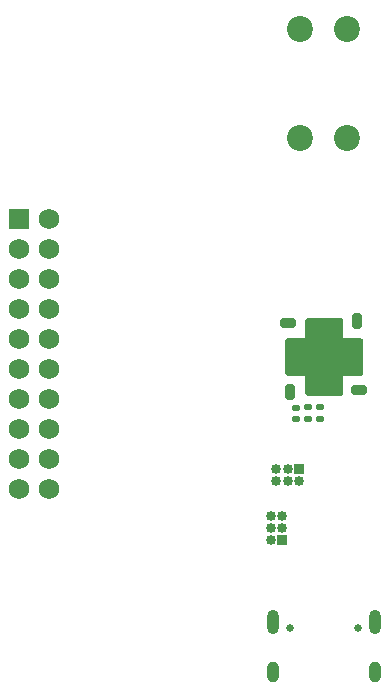
<source format=gbr>
%TF.GenerationSoftware,KiCad,Pcbnew,9.0.6*%
%TF.CreationDate,2026-01-16T14:34:07+00:00*%
%TF.ProjectId,mu,6d752e6b-6963-4616-945f-706362585858,rev?*%
%TF.SameCoordinates,Original*%
%TF.FileFunction,Soldermask,Top*%
%TF.FilePolarity,Negative*%
%FSLAX46Y46*%
G04 Gerber Fmt 4.6, Leading zero omitted, Abs format (unit mm)*
G04 Created by KiCad (PCBNEW 9.0.6) date 2026-01-16 14:34:07*
%MOMM*%
%LPD*%
G01*
G04 APERTURE LIST*
G04 Aperture macros list*
%AMRoundRect*
0 Rectangle with rounded corners*
0 $1 Rounding radius*
0 $2 $3 $4 $5 $6 $7 $8 $9 X,Y pos of 4 corners*
0 Add a 4 corners polygon primitive as box body*
4,1,4,$2,$3,$4,$5,$6,$7,$8,$9,$2,$3,0*
0 Add four circle primitives for the rounded corners*
1,1,$1+$1,$2,$3*
1,1,$1+$1,$4,$5*
1,1,$1+$1,$6,$7*
1,1,$1+$1,$8,$9*
0 Add four rect primitives between the rounded corners*
20,1,$1+$1,$2,$3,$4,$5,0*
20,1,$1+$1,$4,$5,$6,$7,0*
20,1,$1+$1,$6,$7,$8,$9,0*
20,1,$1+$1,$8,$9,$2,$3,0*%
G04 Aperture macros list end*
%ADD10C,0.000100*%
%ADD11RoundRect,0.201000X0.451000X0.201000X-0.451000X0.201000X-0.451000X-0.201000X0.451000X-0.201000X0*%
%ADD12RoundRect,0.201000X0.201000X0.451000X-0.201000X0.451000X-0.201000X-0.451000X0.201000X-0.451000X0*%
%ADD13O,1.000000X2.100000*%
%ADD14O,1.000000X1.800000*%
%ADD15C,0.650000*%
%ADD16RoundRect,0.140000X0.170000X-0.140000X0.170000X0.140000X-0.170000X0.140000X-0.170000X-0.140000X0*%
%ADD17R,0.850000X0.850000*%
%ADD18C,0.850000*%
%ADD19C,2.200000*%
%ADD20RoundRect,0.102000X0.762000X-0.762000X0.762000X0.762000X-0.762000X0.762000X-0.762000X-0.762000X0*%
%ADD21C,1.728000*%
G04 APERTURE END LIST*
D10*
%TO.C,U3*%
X157862000Y-75251000D02*
X157873000Y-75253000D01*
X157884000Y-75255000D01*
X157894000Y-75257000D01*
X157905000Y-75260000D01*
X157915000Y-75264000D01*
X157925000Y-75268000D01*
X157935000Y-75273000D01*
X157945000Y-75278000D01*
X157954000Y-75284000D01*
X157963000Y-75290000D01*
X157972000Y-75297000D01*
X157981000Y-75304000D01*
X157988000Y-75312000D01*
X157996000Y-75319000D01*
X158003000Y-75328000D01*
X158010000Y-75337000D01*
X158016000Y-75346000D01*
X158022000Y-75355000D01*
X158027000Y-75365000D01*
X158032000Y-75375000D01*
X158036000Y-75385000D01*
X158040000Y-75395000D01*
X158043000Y-75406000D01*
X158045000Y-75416000D01*
X158047000Y-75427000D01*
X158049000Y-75438000D01*
X158050000Y-75449000D01*
X158050000Y-75460000D01*
X158050000Y-76950000D01*
X159520000Y-76950000D01*
X159532000Y-76950000D01*
X159544000Y-76951000D01*
X159556000Y-76953000D01*
X159568000Y-76955000D01*
X159580000Y-76958000D01*
X159591000Y-76961000D01*
X159602000Y-76965000D01*
X159614000Y-76970000D01*
X159624000Y-76975000D01*
X159635000Y-76981000D01*
X159645000Y-76987000D01*
X159655000Y-76994000D01*
X159665000Y-77001000D01*
X159674000Y-77009000D01*
X159683000Y-77017000D01*
X159691000Y-77026000D01*
X159699000Y-77035000D01*
X159706000Y-77045000D01*
X159713000Y-77055000D01*
X159719000Y-77065000D01*
X159725000Y-77076000D01*
X159730000Y-77086000D01*
X159735000Y-77098000D01*
X159739000Y-77109000D01*
X159742000Y-77120000D01*
X159745000Y-77132000D01*
X159747000Y-77144000D01*
X159749000Y-77156000D01*
X159750000Y-77168000D01*
X159750000Y-77180000D01*
X159750000Y-79820000D01*
X159750000Y-79840000D01*
X159750000Y-79851000D01*
X159749000Y-79862000D01*
X159747000Y-79873000D01*
X159745000Y-79884000D01*
X159743000Y-79894000D01*
X159740000Y-79905000D01*
X159736000Y-79915000D01*
X159732000Y-79925000D01*
X159727000Y-79935000D01*
X159722000Y-79945000D01*
X159716000Y-79954000D01*
X159710000Y-79963000D01*
X159703000Y-79972000D01*
X159696000Y-79981000D01*
X159688000Y-79988000D01*
X159681000Y-79996000D01*
X159672000Y-80003000D01*
X159663000Y-80010000D01*
X159654000Y-80016000D01*
X159645000Y-80022000D01*
X159635000Y-80027000D01*
X159625000Y-80032000D01*
X159615000Y-80036000D01*
X159605000Y-80040000D01*
X159594000Y-80043000D01*
X159584000Y-80045000D01*
X159573000Y-80047000D01*
X159562000Y-80049000D01*
X159551000Y-80050000D01*
X159540000Y-80050000D01*
X158050000Y-80050000D01*
X158050000Y-81540000D01*
X158050000Y-81551000D01*
X158049000Y-81562000D01*
X158047000Y-81573000D01*
X158045000Y-81584000D01*
X158043000Y-81594000D01*
X158040000Y-81605000D01*
X158036000Y-81615000D01*
X158032000Y-81625000D01*
X158027000Y-81635000D01*
X158022000Y-81645000D01*
X158016000Y-81654000D01*
X158010000Y-81663000D01*
X158003000Y-81672000D01*
X157996000Y-81681000D01*
X157988000Y-81688000D01*
X157981000Y-81696000D01*
X157972000Y-81703000D01*
X157963000Y-81710000D01*
X157954000Y-81716000D01*
X157945000Y-81722000D01*
X157935000Y-81727000D01*
X157925000Y-81732000D01*
X157915000Y-81736000D01*
X157905000Y-81740000D01*
X157894000Y-81743000D01*
X157884000Y-81745000D01*
X157873000Y-81747000D01*
X157862000Y-81749000D01*
X157851000Y-81750000D01*
X157840000Y-81750000D01*
X157820000Y-81750000D01*
X155170000Y-81750000D01*
X155158000Y-81750000D01*
X155147000Y-81749000D01*
X155136000Y-81747000D01*
X155124000Y-81745000D01*
X155113000Y-81743000D01*
X155102000Y-81739000D01*
X155091000Y-81735000D01*
X155081000Y-81731000D01*
X155070000Y-81726000D01*
X155060000Y-81721000D01*
X155050000Y-81715000D01*
X155041000Y-81708000D01*
X155032000Y-81701000D01*
X155023000Y-81693000D01*
X155014000Y-81686000D01*
X155007000Y-81677000D01*
X154999000Y-81668000D01*
X154992000Y-81659000D01*
X154985000Y-81650000D01*
X154979000Y-81640000D01*
X154974000Y-81630000D01*
X154969000Y-81619000D01*
X154965000Y-81609000D01*
X154961000Y-81598000D01*
X154957000Y-81587000D01*
X154955000Y-81576000D01*
X154953000Y-81564000D01*
X154951000Y-81553000D01*
X154950000Y-81542000D01*
X154950000Y-81530000D01*
X154950000Y-80050000D01*
X153460000Y-80050000D01*
X153449000Y-80050000D01*
X153438000Y-80049000D01*
X153427000Y-80047000D01*
X153416000Y-80045000D01*
X153406000Y-80043000D01*
X153395000Y-80040000D01*
X153385000Y-80036000D01*
X153375000Y-80032000D01*
X153365000Y-80027000D01*
X153355000Y-80022000D01*
X153346000Y-80016000D01*
X153337000Y-80010000D01*
X153328000Y-80003000D01*
X153319000Y-79996000D01*
X153312000Y-79988000D01*
X153304000Y-79981000D01*
X153297000Y-79972000D01*
X153290000Y-79963000D01*
X153284000Y-79954000D01*
X153278000Y-79945000D01*
X153273000Y-79935000D01*
X153268000Y-79925000D01*
X153264000Y-79915000D01*
X153260000Y-79905000D01*
X153257000Y-79894000D01*
X153255000Y-79884000D01*
X153253000Y-79873000D01*
X153251000Y-79862000D01*
X153250000Y-79851000D01*
X153250000Y-79840000D01*
X153250000Y-79810000D01*
X153250000Y-77200000D01*
X153250000Y-77170000D01*
X153250000Y-77158000D01*
X153251000Y-77147000D01*
X153253000Y-77136000D01*
X153255000Y-77124000D01*
X153257000Y-77113000D01*
X153261000Y-77102000D01*
X153265000Y-77091000D01*
X153269000Y-77081000D01*
X153274000Y-77070000D01*
X153279000Y-77060000D01*
X153285000Y-77050000D01*
X153292000Y-77041000D01*
X153299000Y-77032000D01*
X153307000Y-77023000D01*
X153314000Y-77014000D01*
X153323000Y-77007000D01*
X153332000Y-76999000D01*
X153341000Y-76992000D01*
X153350000Y-76985000D01*
X153360000Y-76979000D01*
X153370000Y-76974000D01*
X153381000Y-76969000D01*
X153391000Y-76965000D01*
X153402000Y-76961000D01*
X153413000Y-76957000D01*
X153424000Y-76955000D01*
X153436000Y-76953000D01*
X153447000Y-76951000D01*
X153458000Y-76950000D01*
X153470000Y-76950000D01*
X154950000Y-76950000D01*
X154950000Y-75460000D01*
X154950000Y-75449000D01*
X154951000Y-75438000D01*
X154953000Y-75427000D01*
X154955000Y-75416000D01*
X154957000Y-75406000D01*
X154960000Y-75395000D01*
X154964000Y-75385000D01*
X154968000Y-75375000D01*
X154973000Y-75365000D01*
X154978000Y-75355000D01*
X154984000Y-75346000D01*
X154990000Y-75337000D01*
X154997000Y-75328000D01*
X155004000Y-75319000D01*
X155012000Y-75312000D01*
X155019000Y-75304000D01*
X155028000Y-75297000D01*
X155037000Y-75290000D01*
X155046000Y-75284000D01*
X155055000Y-75278000D01*
X155065000Y-75273000D01*
X155075000Y-75268000D01*
X155085000Y-75264000D01*
X155095000Y-75260000D01*
X155106000Y-75257000D01*
X155116000Y-75255000D01*
X155127000Y-75253000D01*
X155138000Y-75251000D01*
X155149000Y-75250000D01*
X155160000Y-75250000D01*
X155190000Y-75250000D01*
X157820000Y-75250000D01*
X157840000Y-75250000D01*
X157851000Y-75250000D01*
X157862000Y-75251000D01*
G36*
X157862000Y-75251000D02*
G01*
X157873000Y-75253000D01*
X157884000Y-75255000D01*
X157894000Y-75257000D01*
X157905000Y-75260000D01*
X157915000Y-75264000D01*
X157925000Y-75268000D01*
X157935000Y-75273000D01*
X157945000Y-75278000D01*
X157954000Y-75284000D01*
X157963000Y-75290000D01*
X157972000Y-75297000D01*
X157981000Y-75304000D01*
X157988000Y-75312000D01*
X157996000Y-75319000D01*
X158003000Y-75328000D01*
X158010000Y-75337000D01*
X158016000Y-75346000D01*
X158022000Y-75355000D01*
X158027000Y-75365000D01*
X158032000Y-75375000D01*
X158036000Y-75385000D01*
X158040000Y-75395000D01*
X158043000Y-75406000D01*
X158045000Y-75416000D01*
X158047000Y-75427000D01*
X158049000Y-75438000D01*
X158050000Y-75449000D01*
X158050000Y-75460000D01*
X158050000Y-76950000D01*
X159520000Y-76950000D01*
X159532000Y-76950000D01*
X159544000Y-76951000D01*
X159556000Y-76953000D01*
X159568000Y-76955000D01*
X159580000Y-76958000D01*
X159591000Y-76961000D01*
X159602000Y-76965000D01*
X159614000Y-76970000D01*
X159624000Y-76975000D01*
X159635000Y-76981000D01*
X159645000Y-76987000D01*
X159655000Y-76994000D01*
X159665000Y-77001000D01*
X159674000Y-77009000D01*
X159683000Y-77017000D01*
X159691000Y-77026000D01*
X159699000Y-77035000D01*
X159706000Y-77045000D01*
X159713000Y-77055000D01*
X159719000Y-77065000D01*
X159725000Y-77076000D01*
X159730000Y-77086000D01*
X159735000Y-77098000D01*
X159739000Y-77109000D01*
X159742000Y-77120000D01*
X159745000Y-77132000D01*
X159747000Y-77144000D01*
X159749000Y-77156000D01*
X159750000Y-77168000D01*
X159750000Y-77180000D01*
X159750000Y-79820000D01*
X159750000Y-79840000D01*
X159750000Y-79851000D01*
X159749000Y-79862000D01*
X159747000Y-79873000D01*
X159745000Y-79884000D01*
X159743000Y-79894000D01*
X159740000Y-79905000D01*
X159736000Y-79915000D01*
X159732000Y-79925000D01*
X159727000Y-79935000D01*
X159722000Y-79945000D01*
X159716000Y-79954000D01*
X159710000Y-79963000D01*
X159703000Y-79972000D01*
X159696000Y-79981000D01*
X159688000Y-79988000D01*
X159681000Y-79996000D01*
X159672000Y-80003000D01*
X159663000Y-80010000D01*
X159654000Y-80016000D01*
X159645000Y-80022000D01*
X159635000Y-80027000D01*
X159625000Y-80032000D01*
X159615000Y-80036000D01*
X159605000Y-80040000D01*
X159594000Y-80043000D01*
X159584000Y-80045000D01*
X159573000Y-80047000D01*
X159562000Y-80049000D01*
X159551000Y-80050000D01*
X159540000Y-80050000D01*
X158050000Y-80050000D01*
X158050000Y-81540000D01*
X158050000Y-81551000D01*
X158049000Y-81562000D01*
X158047000Y-81573000D01*
X158045000Y-81584000D01*
X158043000Y-81594000D01*
X158040000Y-81605000D01*
X158036000Y-81615000D01*
X158032000Y-81625000D01*
X158027000Y-81635000D01*
X158022000Y-81645000D01*
X158016000Y-81654000D01*
X158010000Y-81663000D01*
X158003000Y-81672000D01*
X157996000Y-81681000D01*
X157988000Y-81688000D01*
X157981000Y-81696000D01*
X157972000Y-81703000D01*
X157963000Y-81710000D01*
X157954000Y-81716000D01*
X157945000Y-81722000D01*
X157935000Y-81727000D01*
X157925000Y-81732000D01*
X157915000Y-81736000D01*
X157905000Y-81740000D01*
X157894000Y-81743000D01*
X157884000Y-81745000D01*
X157873000Y-81747000D01*
X157862000Y-81749000D01*
X157851000Y-81750000D01*
X157840000Y-81750000D01*
X157820000Y-81750000D01*
X155170000Y-81750000D01*
X155158000Y-81750000D01*
X155147000Y-81749000D01*
X155136000Y-81747000D01*
X155124000Y-81745000D01*
X155113000Y-81743000D01*
X155102000Y-81739000D01*
X155091000Y-81735000D01*
X155081000Y-81731000D01*
X155070000Y-81726000D01*
X155060000Y-81721000D01*
X155050000Y-81715000D01*
X155041000Y-81708000D01*
X155032000Y-81701000D01*
X155023000Y-81693000D01*
X155014000Y-81686000D01*
X155007000Y-81677000D01*
X154999000Y-81668000D01*
X154992000Y-81659000D01*
X154985000Y-81650000D01*
X154979000Y-81640000D01*
X154974000Y-81630000D01*
X154969000Y-81619000D01*
X154965000Y-81609000D01*
X154961000Y-81598000D01*
X154957000Y-81587000D01*
X154955000Y-81576000D01*
X154953000Y-81564000D01*
X154951000Y-81553000D01*
X154950000Y-81542000D01*
X154950000Y-81530000D01*
X154950000Y-80050000D01*
X153460000Y-80050000D01*
X153449000Y-80050000D01*
X153438000Y-80049000D01*
X153427000Y-80047000D01*
X153416000Y-80045000D01*
X153406000Y-80043000D01*
X153395000Y-80040000D01*
X153385000Y-80036000D01*
X153375000Y-80032000D01*
X153365000Y-80027000D01*
X153355000Y-80022000D01*
X153346000Y-80016000D01*
X153337000Y-80010000D01*
X153328000Y-80003000D01*
X153319000Y-79996000D01*
X153312000Y-79988000D01*
X153304000Y-79981000D01*
X153297000Y-79972000D01*
X153290000Y-79963000D01*
X153284000Y-79954000D01*
X153278000Y-79945000D01*
X153273000Y-79935000D01*
X153268000Y-79925000D01*
X153264000Y-79915000D01*
X153260000Y-79905000D01*
X153257000Y-79894000D01*
X153255000Y-79884000D01*
X153253000Y-79873000D01*
X153251000Y-79862000D01*
X153250000Y-79851000D01*
X153250000Y-79840000D01*
X153250000Y-79810000D01*
X153250000Y-77200000D01*
X153250000Y-77170000D01*
X153250000Y-77158000D01*
X153251000Y-77147000D01*
X153253000Y-77136000D01*
X153255000Y-77124000D01*
X153257000Y-77113000D01*
X153261000Y-77102000D01*
X153265000Y-77091000D01*
X153269000Y-77081000D01*
X153274000Y-77070000D01*
X153279000Y-77060000D01*
X153285000Y-77050000D01*
X153292000Y-77041000D01*
X153299000Y-77032000D01*
X153307000Y-77023000D01*
X153314000Y-77014000D01*
X153323000Y-77007000D01*
X153332000Y-76999000D01*
X153341000Y-76992000D01*
X153350000Y-76985000D01*
X153360000Y-76979000D01*
X153370000Y-76974000D01*
X153381000Y-76969000D01*
X153391000Y-76965000D01*
X153402000Y-76961000D01*
X153413000Y-76957000D01*
X153424000Y-76955000D01*
X153436000Y-76953000D01*
X153447000Y-76951000D01*
X153458000Y-76950000D01*
X153470000Y-76950000D01*
X154950000Y-76950000D01*
X154950000Y-75460000D01*
X154950000Y-75449000D01*
X154951000Y-75438000D01*
X154953000Y-75427000D01*
X154955000Y-75416000D01*
X154957000Y-75406000D01*
X154960000Y-75395000D01*
X154964000Y-75385000D01*
X154968000Y-75375000D01*
X154973000Y-75365000D01*
X154978000Y-75355000D01*
X154984000Y-75346000D01*
X154990000Y-75337000D01*
X154997000Y-75328000D01*
X155004000Y-75319000D01*
X155012000Y-75312000D01*
X155019000Y-75304000D01*
X155028000Y-75297000D01*
X155037000Y-75290000D01*
X155046000Y-75284000D01*
X155055000Y-75278000D01*
X155065000Y-75273000D01*
X155075000Y-75268000D01*
X155085000Y-75264000D01*
X155095000Y-75260000D01*
X155106000Y-75257000D01*
X155116000Y-75255000D01*
X155127000Y-75253000D01*
X155138000Y-75251000D01*
X155149000Y-75250000D01*
X155160000Y-75250000D01*
X155190000Y-75250000D01*
X157820000Y-75250000D01*
X157840000Y-75250000D01*
X157851000Y-75250000D01*
X157862000Y-75251000D01*
G37*
%TD*%
D11*
%TO.C,U3*%
X159500000Y-81350000D03*
D12*
X153650000Y-81500000D03*
D11*
X153500000Y-75650000D03*
D12*
X159350000Y-75500000D03*
%TD*%
D13*
%TO.C,J1*%
X152191326Y-100983399D03*
D14*
X152191326Y-105183399D03*
D13*
X160831326Y-100983399D03*
D14*
X160831326Y-105183399D03*
D15*
X153621326Y-101503399D03*
X159401326Y-101503399D03*
%TD*%
D16*
%TO.C,C1*%
X156222238Y-83748531D03*
X156222238Y-82788531D03*
%TD*%
D17*
%TO.C,J2*%
X153000000Y-94000000D03*
D18*
X152000000Y-94000000D03*
X153000000Y-93000000D03*
X152000000Y-93000000D03*
X153000000Y-92000000D03*
X152000000Y-92000000D03*
%TD*%
D16*
%TO.C,C2*%
X155180631Y-83760105D03*
X155180631Y-82800105D03*
%TD*%
%TO.C,C3*%
X154139024Y-83783252D03*
X154139024Y-82823252D03*
%TD*%
D17*
%TO.C,J3*%
X154437712Y-88000000D03*
D18*
X154437712Y-89000000D03*
X153437712Y-88000000D03*
X153437712Y-89000000D03*
X152437712Y-88000000D03*
X152437712Y-89000000D03*
%TD*%
D19*
%TO.C,J4*%
X158500001Y-50799998D03*
X158500001Y-60000000D03*
X154500000Y-50799998D03*
X154500000Y-60000000D03*
%TD*%
D20*
%TO.C,J5*%
X130744815Y-66879292D03*
D21*
X133284815Y-66879292D03*
X130744815Y-69419292D03*
X133284815Y-69419292D03*
X130744815Y-71959292D03*
X133284815Y-71959292D03*
X130744815Y-74499292D03*
X133284815Y-74499292D03*
X130744815Y-77039292D03*
X133284815Y-77039292D03*
X130744815Y-79579292D03*
X133284815Y-79579292D03*
X130744815Y-82119292D03*
X133284815Y-82119292D03*
X130744815Y-84659292D03*
X133284815Y-84659292D03*
X130744815Y-87199292D03*
X133284815Y-87199292D03*
X130744815Y-89739292D03*
X133284815Y-89739292D03*
%TD*%
M02*

</source>
